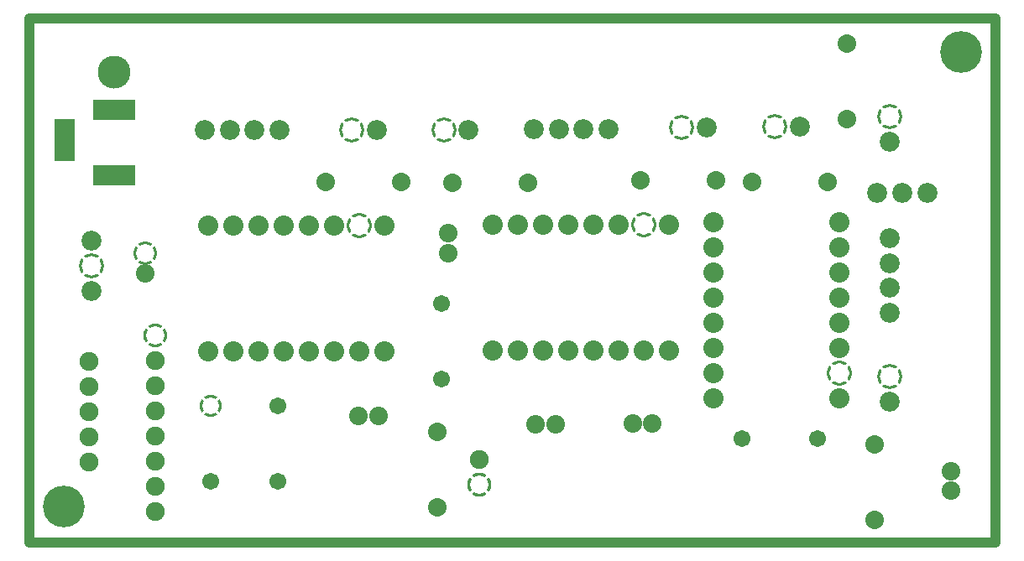
<source format=gbr>
%TF.GenerationSoftware,Altium Limited,Altium Designer,20.1.12 (249)*%
G04 Layer_Physical_Order=2*
G04 Layer_Color=32768*
%FSLAX26Y26*%
%MOIN*%
%TF.SameCoordinates,01E7709E-0BC1-400C-968F-F7AE8F8D3573*%
%TF.FilePolarity,Negative*%
%TF.FileFunction,Copper,L2,Inr,Plane*%
%TF.Part,Single*%
G01*
G75*
%TA.AperFunction,NonConductor*%
%ADD32C,0.040000*%
%TA.AperFunction,WasherPad*%
%ADD33C,0.165984*%
%TA.AperFunction,ComponentPad*%
%ADD34C,0.079370*%
G04:AMPARAMS|DCode=35|XSize=99.37mil|YSize=99.37mil|CornerRadius=0mil|HoleSize=0mil|Usage=FLASHONLY|Rotation=0.000|XOffset=0mil|YOffset=0mil|HoleType=Round|Shape=Relief|Width=10mil|Gap=10mil|Entries=4|*
%AMTHD35*
7,0,0,0.099370,0.079370,0.010000,45*
%
%ADD35THD35*%
%ADD36C,0.080157*%
G04:AMPARAMS|DCode=37|XSize=100.157mil|YSize=100.157mil|CornerRadius=0mil|HoleSize=0mil|Usage=FLASHONLY|Rotation=0.000|XOffset=0mil|YOffset=0mil|HoleType=Round|Shape=Relief|Width=10mil|Gap=10mil|Entries=4|*
%AMTHD37*
7,0,0,0.100157,0.080157,0.010000,45*
%
%ADD37THD37*%
%ADD38C,0.073858*%
%ADD39C,0.073465*%
G04:AMPARAMS|DCode=40|XSize=87.559mil|YSize=87.559mil|CornerRadius=0mil|HoleSize=0mil|Usage=FLASHONLY|Rotation=0.000|XOffset=0mil|YOffset=0mil|HoleType=Round|Shape=Relief|Width=10mil|Gap=10mil|Entries=4|*
%AMTHD40*
7,0,0,0.087559,0.067559,0.010000,45*
%
%ADD40THD40*%
%ADD41C,0.067559*%
G04:AMPARAMS|DCode=42|XSize=95.039mil|YSize=95.039mil|CornerRadius=0mil|HoleSize=0mil|Usage=FLASHONLY|Rotation=0.000|XOffset=0mil|YOffset=0mil|HoleType=Round|Shape=Relief|Width=10mil|Gap=10mil|Entries=4|*
%AMTHD42*
7,0,0,0.095039,0.075039,0.010000,45*
%
%ADD42THD42*%
%ADD43C,0.075039*%
%ADD44C,0.075433*%
%ADD45R,0.165984X0.079370*%
%ADD46R,0.079370X0.165984*%
%ADD47C,0.130551*%
G04:AMPARAMS|DCode=48|XSize=95.433mil|YSize=95.433mil|CornerRadius=0mil|HoleSize=0mil|Usage=FLASHONLY|Rotation=0.000|XOffset=0mil|YOffset=0mil|HoleType=Round|Shape=Relief|Width=10mil|Gap=10mil|Entries=4|*
%AMTHD48*
7,0,0,0.095433,0.075433,0.010000,45*
%
%ADD48THD48*%
G04:AMPARAMS|DCode=49|XSize=93.858mil|YSize=93.858mil|CornerRadius=0mil|HoleSize=0mil|Usage=FLASHONLY|Rotation=0.000|XOffset=0mil|YOffset=0mil|HoleType=Round|Shape=Relief|Width=10mil|Gap=10mil|Entries=4|*
%AMTHD49*
7,0,0,0.093858,0.073858,0.010000,45*
%
%ADD49THD49*%
D32*
X0Y0D02*
X3835000D01*
Y2085000D01*
X0D02*
X3835000D01*
X0Y0D02*
Y2085000D01*
D33*
X3700000Y1950000D02*
D03*
X135000Y145000D02*
D03*
D34*
X3415000Y1210276D02*
D03*
Y1111850D02*
D03*
Y915000D02*
D03*
Y1013425D02*
D03*
X3565000Y1390000D02*
D03*
X3465000D02*
D03*
X3365000D02*
D03*
X3415000Y1595000D02*
D03*
X696732Y1639134D02*
D03*
X795158D02*
D03*
X992008D02*
D03*
X893583D02*
D03*
X3415000Y560787D02*
D03*
X3058425Y1653347D02*
D03*
X2689213Y1650000D02*
D03*
X2200000Y1645000D02*
D03*
X2298425D02*
D03*
X2101575D02*
D03*
X2003150D02*
D03*
X1743425Y1640000D02*
D03*
X1378425D02*
D03*
X245000Y1200000D02*
D03*
Y1000000D02*
D03*
D35*
X3415000Y1693425D02*
D03*
Y659213D02*
D03*
X2960000Y1653347D02*
D03*
X2590787Y1650000D02*
D03*
X1645000Y1640000D02*
D03*
X1280000D02*
D03*
X245000Y1100000D02*
D03*
D36*
X710000Y1260000D02*
D03*
X810000D02*
D03*
X910000D02*
D03*
X1010000D02*
D03*
X1110000D02*
D03*
X1210000D02*
D03*
X1410000D02*
D03*
Y760000D02*
D03*
X1310000D02*
D03*
X1210000D02*
D03*
X1110000D02*
D03*
X1010000D02*
D03*
X910000D02*
D03*
X810000D02*
D03*
X710000D02*
D03*
X3215000Y1275000D02*
D03*
Y1175000D02*
D03*
Y1075000D02*
D03*
Y975000D02*
D03*
Y875000D02*
D03*
Y775000D02*
D03*
Y575000D02*
D03*
X2715000D02*
D03*
Y675000D02*
D03*
Y775000D02*
D03*
Y875000D02*
D03*
Y975000D02*
D03*
Y1075000D02*
D03*
Y1175000D02*
D03*
Y1275000D02*
D03*
X1840000Y1265000D02*
D03*
X1940000D02*
D03*
X2040000D02*
D03*
X2140000D02*
D03*
X2240000D02*
D03*
X2340000D02*
D03*
X2540000D02*
D03*
Y765000D02*
D03*
X2440000D02*
D03*
X2340000D02*
D03*
X2240000D02*
D03*
X2140000D02*
D03*
X2040000D02*
D03*
X1940000D02*
D03*
X1840000D02*
D03*
D37*
X1310000Y1260000D02*
D03*
X3215000Y675000D02*
D03*
X2440000Y1265000D02*
D03*
D38*
X2010000Y470000D02*
D03*
X2088740D02*
D03*
X2395630Y473346D02*
D03*
X2474370D02*
D03*
X1661653Y1229370D02*
D03*
Y1150630D02*
D03*
X1306260Y505000D02*
D03*
X1385000D02*
D03*
X3658347Y205630D02*
D03*
Y284370D02*
D03*
X458346Y1070630D02*
D03*
D39*
X3245000Y1685000D02*
D03*
Y1985000D02*
D03*
X3355000Y90000D02*
D03*
Y390000D02*
D03*
X2870000Y1435000D02*
D03*
X3170000D02*
D03*
X2425000Y1440000D02*
D03*
X2725000D02*
D03*
X1680000Y1430000D02*
D03*
X1980000D02*
D03*
X1175000Y1435000D02*
D03*
X1475000D02*
D03*
X1620000Y440000D02*
D03*
Y140000D02*
D03*
D40*
X720000Y545000D02*
D03*
D41*
Y245000D02*
D03*
X985000D02*
D03*
Y545000D02*
D03*
X1635000Y650000D02*
D03*
Y950000D02*
D03*
X3130000Y415000D02*
D03*
X2830000D02*
D03*
D42*
X499213Y823346D02*
D03*
D43*
Y723346D02*
D03*
Y623346D02*
D03*
Y523346D02*
D03*
Y423346D02*
D03*
Y323346D02*
D03*
Y223346D02*
D03*
Y123347D02*
D03*
D44*
X235000Y720000D02*
D03*
Y620000D02*
D03*
Y520000D02*
D03*
Y420000D02*
D03*
Y320000D02*
D03*
X1785000Y330000D02*
D03*
D45*
X335000Y1720000D02*
D03*
Y1460158D02*
D03*
D46*
X138150Y1599921D02*
D03*
D47*
X335000Y1869606D02*
D03*
D48*
X1785000Y230000D02*
D03*
D49*
X458346Y1149370D02*
D03*
%TF.MD5,9d50430efb5235f674b6b71b44d3e233*%
M02*

</source>
